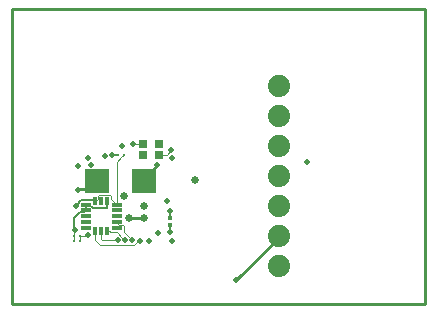
<source format=gbr>
G04 EAGLE Gerber X2 export*
%TF.Part,Single*%
%TF.FileFunction,Copper,L6,Bot,Mixed*%
%TF.FilePolarity,Positive*%
%TF.GenerationSoftware,Autodesk,EAGLE,8.6.3*%
%TF.CreationDate,2018-03-01T00:52:03Z*%
G75*
%MOMM*%
%FSLAX34Y34*%
%LPD*%
%AMOC8*
5,1,8,0,0,1.08239X$1,22.5*%
G01*
%ADD10R,0.925000X0.300000*%
%ADD11R,0.300000X0.800000*%
%ADD12R,0.250000X0.250000*%
%ADD13R,0.400000X0.350000*%
%ADD14R,0.750000X0.700000*%
%ADD15C,1.879600*%
%ADD16R,2.000000X2.000000*%
%ADD17C,0.508000*%
%ADD18C,0.127000*%
%ADD19C,0.654800*%
%ADD20C,0.152400*%
%ADD21C,0.254000*%
%ADD22C,0.101600*%
%ADD23C,0.254000*%


D10*
X88615Y84240D03*
X88615Y79240D03*
X88615Y74240D03*
X88615Y69240D03*
X88615Y64240D03*
D11*
X80740Y61490D03*
X75740Y61490D03*
X70740Y61490D03*
D10*
X62865Y64240D03*
X62865Y69240D03*
X62865Y74240D03*
X62865Y79240D03*
X62865Y84240D03*
D11*
X70740Y86990D03*
X75740Y86990D03*
X80740Y86990D03*
D12*
X90004Y125960D03*
X94576Y125960D03*
X52887Y52957D03*
X57459Y52957D03*
X52834Y57436D03*
X57406Y57436D03*
D13*
X133640Y66920D03*
X133640Y73120D03*
D14*
X124360Y135890D03*
X110860Y135890D03*
X110860Y125890D03*
X124360Y125890D03*
D15*
X225959Y184637D03*
X225959Y159237D03*
X225959Y133837D03*
X225959Y108437D03*
X225959Y83037D03*
X225959Y57637D03*
X225959Y32237D03*
D16*
X111980Y104142D03*
X71980Y104142D03*
D17*
X64540Y123876D03*
X92920Y134040D03*
X55630Y96940D03*
D18*
X84600Y125960D02*
X90004Y125960D01*
X84600Y125960D02*
X84590Y125970D01*
D17*
X84590Y125970D03*
X135460Y123510D03*
D18*
X133490Y73270D02*
X133640Y73120D01*
X133490Y73270D02*
X133490Y78890D01*
D17*
X133490Y78890D03*
X135390Y53145D03*
D19*
X155000Y105000D03*
D20*
X55912Y97222D02*
X55630Y96940D01*
D21*
X65059Y97222D02*
X71980Y104142D01*
X65059Y97222D02*
X55912Y97222D01*
D19*
X95290Y91770D03*
X99278Y73171D03*
D21*
X111361Y73171D01*
X111499Y73034D01*
D19*
X111499Y73034D03*
X111554Y83063D03*
D22*
X52887Y57384D02*
X52887Y52957D01*
X52887Y57384D02*
X52834Y57436D01*
X52834Y62834D01*
X53000Y63000D01*
D17*
X53000Y63000D03*
D20*
X61143Y77518D02*
X62865Y79240D01*
X61143Y77518D02*
X57504Y77518D01*
X52834Y72849D01*
X52834Y62834D01*
X62865Y79240D02*
X62865Y84240D01*
X65476Y84240D01*
X77977Y81212D02*
X78002Y81238D01*
X80794Y81238D01*
X68504Y81212D02*
X65476Y84240D01*
X68504Y81212D02*
X77977Y81212D01*
X80740Y81292D02*
X80794Y81238D01*
X80740Y81292D02*
X80740Y86990D01*
D17*
X123342Y60411D03*
X135000Y130000D03*
D22*
X130890Y125890D01*
X124360Y125890D01*
D17*
X102727Y135858D03*
D22*
X102759Y135890D01*
X110860Y135890D01*
D17*
X56310Y116648D03*
X131661Y87446D03*
X95646Y54044D03*
D22*
X93614Y56076D01*
X93614Y56303D01*
X83359Y61216D02*
X83085Y61490D01*
X80740Y61490D01*
X88701Y61216D02*
X93614Y56303D01*
X88701Y61216D02*
X83359Y61216D01*
D17*
X101742Y54044D03*
D22*
X94764Y66371D02*
X93871Y67264D01*
X94764Y61022D02*
X101742Y54044D01*
X93871Y67264D02*
X90591Y67264D01*
X88615Y69240D01*
X94764Y66371D02*
X94764Y61022D01*
D17*
X108656Y53617D03*
D22*
X107062Y53617D01*
X103425Y49980D01*
X74548Y49980D01*
X70685Y53844D01*
X70740Y53899D01*
X70740Y61490D01*
X72716Y91621D02*
X73609Y92514D01*
X82871Y92514D02*
X83764Y91621D01*
X72172Y88422D02*
X70740Y86990D01*
X72172Y88422D02*
X72716Y88966D01*
X72716Y91621D01*
X83764Y91621D02*
X83764Y89091D01*
X82871Y92514D02*
X73609Y92514D01*
X83764Y89091D02*
X88615Y84240D01*
X92778Y124079D02*
X92778Y124162D01*
X94576Y125960D01*
X88615Y119916D02*
X88615Y84240D01*
X88615Y119916D02*
X92778Y124079D01*
D17*
X54205Y83172D03*
D20*
X56462Y85428D01*
X56462Y86477D01*
X58408Y88422D01*
X72172Y88422D01*
D17*
X89530Y54470D03*
D22*
X76360Y54620D01*
X75740Y55240D02*
X75740Y61490D01*
X75740Y55240D02*
X76360Y54620D01*
D17*
X66540Y117780D03*
X64407Y58371D03*
D18*
X133640Y60960D02*
X133640Y66920D01*
X133640Y60960D02*
X133810Y60790D01*
D17*
X133810Y60790D03*
X250000Y120000D03*
X123020Y117337D03*
D21*
X111980Y105176D02*
X111980Y104142D01*
X111980Y105176D02*
X123020Y117337D01*
D22*
X63472Y57436D02*
X57406Y57436D01*
X63472Y57436D02*
X64407Y58371D01*
X57459Y57384D02*
X57459Y52957D01*
X57459Y57384D02*
X57406Y57436D01*
D17*
X78494Y125156D03*
X116328Y53427D03*
X190000Y20000D03*
D21*
X225959Y55959D01*
X225959Y57637D01*
D23*
X0Y0D02*
X350000Y0D01*
X350000Y250000D01*
X0Y250000D01*
X0Y0D01*
M02*

</source>
